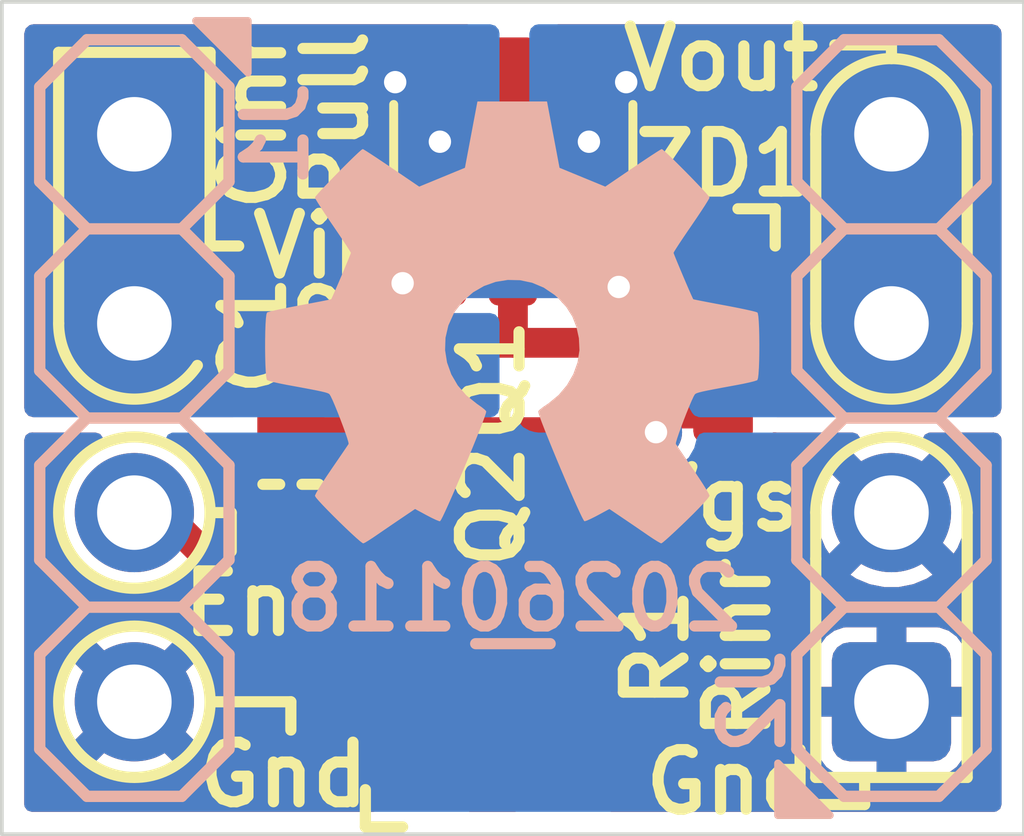
<source format=kicad_pcb>
(kicad_pcb (version 20241229) (generator "pcbnew") (generator_version "9.0")
  (layers (0 "F.Cu" mixed) (2 "B.Cu" mixed) (13 "F.Paste" user) (15 "B.Paste" user) (5 "F.SilkS" user "F.Silkscreen") (7 "B.SilkS" user "B.Silkscreen") (1 "F.Mask" user) (3 "B.Mask" user) (25 "Edge.Cuts" user))
  (net 0 "")
  (net 1 "/VIN")
  (net 2 "/EN")
  (net 3 "/GND")
  (net 4 "/VOUT")
  (net 5 "Net-(Q2-D)")
  (net 6 "Net-(Q1-G1)")
  (net 7 "Net-(Q1-S1)")
  (footprint "SquantorResistor:R_0603_hand" (layer "F.Cu") (at 27.978 26.678 -90)
    (property "Reference" "R1" (at 2 -0.8 90) (layer "F.SilkS") (effects (font (size 0.8 0.8))))
    (property "Value" "Rinr" (at 2 -1.9 90) (layer "F.SilkS") (effects (font (size 0.8 0.8))))
    (fp_line (start 0 -0.2) (end 0 0.2) (stroke (width 0.15)) (layer "F.SilkS"))
    (pad "1" smd roundrect (at -0.9 0 270) (size 0.8 0.9) (layers "F.Cu" "F.Mask" "F.Paste") (roundrect_rratio 0.1428571429) (net 6 "Net-(Q1-G1)"))
    (pad "2" smd roundrect (at 0.9 0 270) (size 0.8 0.9) (layers "F.Cu" "F.Mask" "F.Paste") (roundrect_rratio 0.1428571429) (net 5 "Net-(Q2-D)"))
  )
  (footprint "SquantorIC:SOT23-3" (layer "F.Cu") (at 26.578 29.278 90)
    (property "Reference" "Q2" (at 2.5 0 90) (layer "F.SilkS") (effects (font (size 0.8 0.8))))
    (property "Value" "NMOS")
    (fp_line (start -1.3 -1.7) (end -1.8 -1.7) (stroke (width 0.1)) (layer "F.SilkS"))
    (fp_line (start -1.8 -1.7) (end -1.3 -1.7) (stroke (width 0.15)) (layer "F.SilkS"))
    (fp_line (start -1.8 -1.7) (end -1.8 -1.2) (stroke (width 0.15)) (layer "F.SilkS"))
    (pad "1" smd roundrect (at -1 -0.95) (size 0.8 0.9) (layers "F.Cu" "F.Mask" "F.Paste") (roundrect_rratio 0.2) (net 2 "/EN"))
    (pad "2" smd roundrect (at -1 0.95) (size 0.8 0.9) (layers "F.Cu" "F.Mask" "F.Paste") (roundrect_rratio 0.2) (net 3 "/GND"))
    (pad "3" smd roundrect (at 1 0) (size 0.8 0.9) (layers "F.Cu" "F.Mask" "F.Paste") (roundrect_rratio 0.2) (net 5 "Net-(Q2-D)"))
  )
  (footprint "SquantorCapacitor:C_0603" (layer "F.Cu") (at 23.878 26.478 -90)
    (property "Reference" "C1" (at -2 0.5 90) (layer "F.SilkS") (effects (font (size 0.8 0.8))))
    (property "Value" "Cinr" (at -4.9 0.5 90) (layer "F.SilkS") (effects (font (size 0.8 0.8))))
    (fp_line (start 0 0.375) (end 0 0.15) (stroke (width 0.15)) (layer "F.SilkS"))
    (fp_line (start 0 -0.15) (end 0 -0.375) (stroke (width 0.15)) (layer "F.SilkS"))
    (pad "1" smd roundrect (at -0.75 0 270) (size 0.8 0.9) (layers "F.Cu" "F.Mask" "F.Paste") (roundrect_rratio 0.125) (net 7 "Net-(Q1-S1)"))
    (pad "2" smd roundrect (at 0.75 0 270) (size 0.8 0.9) (layers "F.Cu" "F.Mask" "F.Paste") (roundrect_rratio 0.125) (net 6 "Net-(Q1-G1)"))
  )
  (footprint "SquantorIC:SOT23-6-HAND" (layer "F.Cu") (at 26.858 22.278 90)
    (property "Reference" "Q1" (at -2.8 -0.28 270) (layer "F.SilkS") (effects (font (size 0.8 0.8))))
    (property "Value" "Dual_PMOS")
    (fp_line (start -2.1 -1.8) (end -1.6 -1.8) (stroke (width 0.1)) (layer "F.SilkS"))
    (fp_line (start -2.1 -1.8) (end -2.1 -1.3) (stroke (width 0.1)) (layer "F.SilkS"))
    (fp_line (start 0.9 -1.6) (end -0.9 -1.6) (stroke (width 0.12)) (layer "F.SilkS"))
    (fp_line (start -0.9 1.61) (end 0.9 1.61) (stroke (width 0.12)) (layer "F.SilkS"))
    (pad "1" smd roundrect (at -1.2 -0.95 90) (size 1.2 0.65) (layers "F.Cu" "F.Mask" "F.Paste") (roundrect_rratio 0.2) (net 6 "Net-(Q1-G1)"))
    (pad "2" smd roundrect (at -1.2 0 90) (size 1.2 0.65) (layers "F.Cu" "F.Mask" "F.Paste") (roundrect_rratio 0.2) (net 7 "Net-(Q1-S1)"))
    (pad "3" smd roundrect (at -1.2 0.95 90) (size 1.2 0.65) (layers "F.Cu" "F.Mask" "F.Paste") (roundrect_rratio 0.2) (net 6 "Net-(Q1-G1)"))
    (pad "4" smd roundrect (at 1.2 0.95 90) (size 1.2 0.65) (layers "F.Cu" "F.Mask" "F.Paste") (roundrect_rratio 0.2) (net 4 "/VOUT"))
    (pad "5" smd roundrect (at 1.2 0 90) (size 1.2 0.65) (layers "F.Cu" "F.Mask" "F.Paste") (roundrect_rratio 0.2) (net 7 "Net-(Q1-S1)"))
    (pad "6" smd roundrect (at 1.2 -0.95 90) (size 1.2 0.65) (layers "F.Cu" "F.Mask" "F.Paste") (roundrect_rratio 0.2) (net 1 "/VIN"))
  )
  (footprint "SquantorResistor:R_0603_hand" (layer "F.Cu") (at 25.178 26.678 -90)
    (property "Reference" "R2" (at -2.2 0.7 90) (layer "F.SilkS") (effects (font (size 0.8 0.8))))
    (property "Value" "Pull" (at -5.1 0.7 270) (layer "F.SilkS") (effects (font (size 0.8 0.8))))
    (fp_line (start 0 -0.2) (end 0 0.2) (stroke (width 0.15)) (layer "F.SilkS"))
    (pad "1" smd roundrect (at -0.9 0 270) (size 0.8 0.9) (layers "F.Cu" "F.Mask" "F.Paste") (roundrect_rratio 0.1428571429) (net 7 "Net-(Q1-S1)"))
    (pad "2" smd roundrect (at 0.9 0 270) (size 0.8 0.9) (layers "F.Cu" "F.Mask" "F.Paste") (roundrect_rratio 0.1428571429) (net 6 "Net-(Q1-G1)"))
  )
  (footprint "SquantorDiodes:SOD-323-nexperia-hand" (layer "F.Cu") (at 29.678 24.478 -90)
    (property "Reference" "ZD1" (at -2.3 0 0) (layer "F.SilkS") (effects (font (size 0.8 0.8))))
    (property "Value" "Vgs" (at 2.2 0 0) (layer "F.SilkS") (effects (font (size 0.8 0.8))))
    (fp_line (start -1.7 -0.7) (end -1.7 -0.2) (stroke (width 0.15)) (layer "F.SilkS"))
    (fp_line (start -1.7 -0.7) (end -1.2 -0.7) (stroke (width 0.15)) (layer "F.SilkS"))
    (fp_poly (pts (xy -0.3 0) (xy 0.2 -0.3) (xy 0.2 0.3)) (stroke (width 0.15)) (fill yes) (layer "F.SilkS"))
    (pad "1" smd roundrect (at -1.05 0 270) (size 0.8 0.8) (layers "F.Cu" "F.Mask" "F.Paste") (roundrect_rratio 0.2) (net 7 "Net-(Q1-S1)"))
    (pad "2" smd roundrect (at 1.05 0 270) (size 0.8 0.8) (layers "F.Cu" "F.Mask" "F.Paste") (roundrect_rratio 0.2) (net 6 "Net-(Q1-G1)"))
  )
  (footprint "SquantorLabels:Label_Generic" (layer "B.Cu") (at 26.858 28.018 180)
    (property "Reference" "N1" (hide yes))
    (property "Value" "20260118" (at 0 0 0) (layer "B.SilkS") (effects (font (size 0.8 0.8)) (justify mirror)))
    (fp_line (start -0.5 -0.6) (end 0.5 -0.6) (stroke (width 0.15)) (layer "B.SilkS"))
  )
  (footprint "Symbol:OSHW-Symbol_6.7x6mm_SilkScreen" (layer "B.Cu") (at 26.858 24.318 180)
    (property "Reference" "N2" (hide yes))
    (property "Value" "OHWLOGO" (hide yes))
    (fp_poly (pts (xy 0.555814 2.531069) (xy 0.639635 2.086445) (xy 0.94892 1.958947) (xy 1.258206 1.831449) (xy 1.629246 2.083754) (xy 1.733157 2.154004) (xy 1.827087 2.216728) (xy 1.906652 2.269062) (xy 1.96747 2.308143) (xy 2.005157 2.331107) (xy 2.015421 2.336058) (xy 2.03391 2.323324) (xy 2.07342 2.288118) (xy 2.129522 2.234938) (xy 2.197787 2.168282) (xy 2.273786 2.092646) (xy 2.353092 2.012528) (xy 2.431275 1.932426) (xy 2.503907 1.856836) (xy 2.566559 1.790255) (xy 2.614803 1.737182) (xy 2.64421 1.702113) (xy 2.651241 1.690377) (xy 2.641123 1.66874) (xy 2.612759 1.621338) (xy 2.569129 1.552807) (xy 2.513218 1.467785) (xy 2.448006 1.370907) (xy 2.410219 1.31565) (xy 2.341343 1.214752) (xy 2.28014 1.123701) (xy 2.229578 1.04703) (xy 2.192628 0.989272) (xy 2.172258 0.954957) (xy 2.169197 0.947746) (xy 2.176136 0.927252) (xy 2.195051 0.879487) (xy 2.223087 0.811168) (xy 2.257391 0.729011) (xy 2.295109 0.63973) (xy 2.333387 0.550042) (xy 2.36937 0.466662) (xy 2.400206 0.396306) (xy 2.423039 0.34569) (xy 2.435017 0.321529) (xy 2.435724 0.320578) (xy 2.454531 0.315964) (xy 2.504618 0.305672) (xy 2.580793 0.290713) (xy 2.677865 0.272099) (xy 2.790643 0.250841) (xy 2.856442 0.238582) (xy 2.97695 0.215638) (xy 3.085797 0.193805) (xy 3.177476 0.174278) (xy 3.246481 0.158252) (xy 3.287304 0.146921) (xy 3.295511 0.143326) (xy 3.303548 0.118994) (xy 3.310033 0.064041) (xy 3.31497 -0.015108) (xy 3.318364 -0.112026) (xy 3.320218 -0.220287) (xy 3.320538 -0.333465) (xy 3.319327 -0.445135) (xy 3.31659 -0.548868) (xy 3.312331 -0.638241) (xy 3.306555 -0.706826) (xy 3.299267 -0.748197) (xy 3.294895 -0.75681) (xy 3.268764 -0.767133) (xy 3.213393 -0.781892) (xy 3.136107 -0.799352) (xy 3.04423 -0.81778) (xy 3.012158 -0.823741) (xy 2.857524 -0.852066) (xy 2.735375 -0.874876) (xy 2.641673 -0.89308) (xy 2.572384 -0.907583) (xy 2.523471 -0.919292) (xy 2.490897 -0.929115) (xy 2.470628 -0.937956) (xy 2.458626 -0.946724) (xy 2.456947 -0.948457) (xy 2.440184 -0.976371) (xy 2.414614 -1.030695) (xy 2.382788 -1.104777) (xy 2.34726 -1.191965) (xy 2.310583 -1.285608) (xy 2.275311 -1.379052) (xy 2.243996 -1.465647) (xy 2.219193 -1.53874) (xy 2.203454 -1.591678) (xy 2.199332 -1.617811) (xy 2.199676 -1.618726) (xy 2.213641 -1.640086) (xy 2.245322 -1.687084) (xy 2.291391 -1.754827) (xy 2.348518 -1.838423) (xy 2.413373 -1.932982) (xy 2.431843 -1.959854) (xy 2.497699 -2.057275) (xy 2.55565 -2.146163) (xy 2.602538 -2.221412) (xy 2.635207 -2.27792) (xy 2.6505 -2.310581) (xy 2.651241 -2.314593) (xy 2.638392 -2.335684) (xy 2.602888 -2.377464) (xy 2.549293 -2.435445) (xy 2.482171 -2.505135) (xy 2.406087 -2.582045) (xy 2.325604 -2.661683) (xy 2.245287 -2.739561) (xy 2.169699 -2.811186) (xy 2.103405 -2.87207) (xy 2.050969 -2.917721) (xy 2.016955 -2.94365) (xy 2.007545 -2.947883) (xy 1.985643 -2.937912) (xy 1.9408 -2.91102) (xy 1.880321 -2.871736) (xy 1.833789 -2.840117) (xy 1.749475 -2.782098) (xy 1.649626 -2.713784) (xy 1.549473 -2.645579) (xy 1.495627 -2.609075) (xy 1.313371 -2.4858) (xy 1.160381 -2.56852) (xy 1.090682 -2.604759) (xy 1.031414 -2.632926) (xy 0.991311 -2.648991) (xy 0.981103 -2.651226) (xy 0.968829 -2.634722) (xy 0.944613 -2.588082) (xy 0.910263 -2.515609) (xy 0.867588 -2.421606) (xy 0.818394 -2.310374) (xy 0.76449 -2.186215) (xy 0.707684 -2.053432) (xy 0.649782 -1.916327) (xy 0.592593 -1.779202) (xy 0.537924 -1.646358) (xy 0.487584 -1.522098) (xy 0.44338 -1.410725) (xy 0.407119 -1.316539) (xy 0.380609 -1.243844) (xy 0.365658 -1.196941) (xy 0.363254 -1.180833) (xy 0.382311 -1.160286) (xy 0.424036 -1.126933) (xy 0.479706 -1.087702) (xy 0.484378 -1.084599) (xy 0.628264 -0.969423) (xy 0.744283 -0.835053) (xy 0.83143 -0.685784) (xy 0.888699 -0.525913) (xy 0.915086 -0.359737) (xy 0.909585 -0.191552) (xy 0.87119 -0.025655) (xy 0.798895 0.133658) (xy 0.777626 0.168513) (xy 0.666996 0.309263) (xy 0.536302 0.422286) (xy 0.390064 0.506997) (xy 0.232808 0.562806) (xy 0.069057 0.589126) (xy -0.096667 0.58537) (xy -0.259838 0.55095) (xy -0.415935 0.485277) (xy -0.560433 0.387765) (xy -0.605131 0.348187) (xy -0.718888 0.224297) (xy -0.801782 0.093876) (xy -0.858644 -0.052315) (xy -0.890313 -0.197088) (xy -0.898131 -0.35986) (xy -0.872062 -0.52344) (xy -0.814755 -0.682298) (xy -0.728856 -0.830906) (xy -0.617014 -0.963735) (xy -0.481877 -1.075256) (xy -0.464117 -1.087011) (xy -0.40785 -1.125508) (xy -0.365077 -1.158863) (xy -0.344628 -1.18016) (xy -0.344331 -1.180833) (xy -0.348721 -1.203871) (xy -0.366124 -1.256157) (xy -0.394732 -1.33339) (xy -0.432735 -1.431268) (xy -0.478326 -1.545491) (xy -0.529697 -1.671758) (xy -0.585038 -1.805767) (xy -0.642542 -1.943218) (xy -0.700399 -2.079808) (xy -0.756802 -2.211237) (xy -0.809942 -2.333205) (xy -0.85801 -2.441409) (xy -0.899199 -2.531549) (xy -0.931699 -2.599323) (xy -0.953703 -2.64043) (xy -0.962564 -2.651226) (xy -0.98964 -2.642819) (xy -1.040303 -2.620272) (xy -1.105817 -2.587613) (xy -1.141841 -2.56852) (xy -1.294832 -2.4858) (xy -1.477088 -2.609075) (xy -1.570125 -2.672228) (xy -1.671985 -2.741727) (xy -1.767438 -2.807165) (xy -1.81525 -2.840117) (xy -1.882495 -2.885273) (xy -1.939436 -2.921057) (xy -1.978646 -2.942938) (xy -1.991381 -2.947563) (xy -2.009917 -2.935085) (xy -2.050941 -2.900252) (xy -2.110475 -2.846678) (xy -2.184542 -2.777983) (xy -2.269165 -2.697781) (xy -2.322685 -2.646286) (xy -2.416319 -2.554286) (xy -2.497241 -2.471999) (xy -2.562177 -2.402945) (xy -2.607858 -2.350644) (xy -2.631011 -2.318616) (xy -2.633232 -2.312116) (xy -2.622924 -2.287394) (xy -2.594439 -2.237405) (xy -2.550937 -2.167212) (xy -2.495577 -2.081875) (xy -2.43152 -1.986456) (xy -2.413303 -1.959854) (xy -2.346927 -1.863167) (xy -2.287378 -1.776117) (xy -2.237984 -1.703595) (xy -2.202075 -1.650493) (xy -2.182981 -1.621703) (xy -2.181136 -1.618726) (xy -2.183895 -1.595782) (xy -2.198538 -1.545336) (xy -2.222513 -1.474041) (xy -2.253266 -1.388547) (xy -2.288244 -1.295507) (xy -2.324893 -1.201574) (xy -2.360661 -1.113399) (xy -2.392994 -1.037634) (xy -2.419338 -0.980931) (xy -2.437142 -0.949943) (xy -2.438407 -0.948457) (xy -2.449294 -0.939601) (xy -2.467682 -0.930843) (xy -2.497606 -0.921277) (xy -2.543103 -0.909996) (xy -2.608209 -0.896093) (xy -2.696961 -0.878663) (xy -2.813393 -0.856798) (xy -2.961542 -0.829591) (xy -2.993618 -0.823741) (xy -3.088686 -0.805374) (xy -3.171565 -0.787405) (xy -3.23493 -0.771569) (xy -3.271458 -0.7596) (xy -3.276356 -0.75681) (xy -3.284427 -0.732072) (xy -3.290987 -0.67679) (xy -3.296033 -0.597389) (xy -3.299559 -0.500296) (xy -3.301561 -0.391938) (xy -3.302036 -0.27874) (xy -3.300977 -0.167128) (xy -3.298382 -0.063529) (xy -3.294246 0.025632) (xy -3.288563 0.093928) (xy -3.281331 0.134934) (xy -3.276971 0.143326) (xy -3.252698 0.151792) (xy -3.197426 0.165565) (xy -3.116662 0.18345) (xy -3.015912 0.204252) (xy -2.900683 0.226777) (xy -2.837902 0.238582) (xy -2.718787 0.260849) (xy -2.612565 0.281021) (xy -2.524427 0.298085) (xy -2.459566 0.311031) (xy -2.423174 0.318845) (xy -2.417184 0.320578) (xy -2.407061 0.34011) (xy -2.385662 0.387157) (xy -2.355839 0.454997) (xy -2.320445 0.536909) (xy -2.282332 0.626172) (xy -2.244353 0.716065) (xy -2.20936 0.799865) (xy -2.180206 0.870853) (xy -2.159743 0.922306) (xy -2.150823 0.947503) (xy -2.150657 0.948604) (xy -2.160769 0.968481) (xy -2.189117 1.014223) (xy -2.232723 1.081283) (xy -2.288606 1.165116) (xy -2.353787 1.261174) (xy -2.391679 1.31635) (xy -2.460725 1.417519) (xy -2.52205 1.50937) (xy -2.572663 1.587256) (xy -2.609571 1.646531) (xy -2.629782 1.682549) (xy -2.632701 1.690623) (xy -2.620153 1.709416) (xy -2.585463 1.749543) (xy -2.533063 1.806507) (xy -2.467384 1.875815) (xy -2.392856 1.952969) (xy -2.313913 2.033475) (xy -2.234983 2.112837) (xy -2.1605 2.18656) (xy -2.094894 2.250148) (xy -2.042596 2.299106) (xy -2.008039 2.328939) (xy -1.996478 2.336058) (xy -1.977654 2.326047) (xy -1.932631 2.297922) (xy -1.865787 2.254546) (xy -1.781499 2.198782) (xy -1.684144 2.133494) (xy -1.610707 2.083754) (xy -1.239667 1.831449) (xy -0.621095 2.086445) (xy -0.537275 2.531069) (xy -0.453454 2.975693) (xy 0.471994 2.975693) (xy 0.555814 2.531069)) (stroke (width 0.01)) (fill yes) (layer "B.SilkS"))
  )
  (footprint "SquantorConnectors:Header-0254-1X04-H010" (layer "B.Cu") (at 31.938 25.588 90)
    (property "Reference" "J2" (at -3.81 -1.86 90) (layer "B.SilkS") (effects (font (size 0.8 0.8) (thickness 0.15) (bold yes)) (justify mirror)))
    (property "Value" "Conn_01x04")
    (fp_line (start 4.445 -1.27) (end 3.175 -1.27) (stroke (width 0.1524)) (layer "B.SilkS"))
    (fp_line (start 1.905 -1.27) (end 0.635 -1.27) (stroke (width 0.1524)) (layer "B.SilkS"))
    (fp_line (start 0.635 -1.27) (end 0 -0.635) (stroke (width 0.1524)) (layer "B.SilkS"))
    (fp_line (start -0.635 -1.27) (end -1.905 -1.27) (stroke (width 0.1524)) (layer "B.SilkS"))
    (fp_line (start -1.905 -1.27) (end -2.54 -0.635) (stroke (width 0.1524)) (layer "B.SilkS"))
    (fp_line (start -3.175 -1.27) (end -4.445 -1.27) (stroke (width 0.1524)) (layer "B.SilkS"))
    (fp_line (start 5.08 -0.635) (end 4.445 -1.27) (stroke (width 0.1524)) (layer "B.SilkS"))
    (fp_line (start 2.54 -0.635) (end 3.175 -1.27) (stroke (width 0.1524)) (layer "B.SilkS"))
    (fp_line (start 2.54 -0.635) (end 1.905 -1.27) (stroke (width 0.1524)) (layer "B.SilkS"))
    (fp_line (start 0 -0.635) (end -0.635 -1.27) (stroke (width 0.1524)) (layer "B.SilkS"))
    (fp_line (start -2.54 -0.635) (end -3.175 -1.27) (stroke (width 0.1524)) (layer "B.SilkS"))
    (fp_line (start -5.08 -0.635) (end -4.445 -1.27) (stroke (width 0.1524)) (layer "B.SilkS"))
    (fp_line (start 5.08 0.635) (end 5.08 -0.635) (stroke (width 0.1524)) (layer "B.SilkS"))
    (fp_line (start 2.54 0.635) (end 2.54 -0.635) (stroke (width 0.1524)) (layer "B.SilkS"))
    (fp_line (start 0 0.635) (end 0 -0.635) (stroke (width 0.1524)) (layer "B.SilkS"))
    (fp_line (start 0 0.635) (end 0.635 1.27) (stroke (width 0.1524)) (layer "B.SilkS"))
    (fp_line (start -2.54 0.635) (end -2.54 -0.635) (stroke (width 0.1524)) (layer "B.SilkS"))
    (fp_line (start -2.54 0.635) (end -1.905 1.27) (stroke (width 0.1524)) (layer "B.SilkS"))
    (fp_line (start -5.08 0.635) (end -5.08 -0.635) (stroke (width 0.1524)) (layer "B.SilkS"))
    (fp_line (start 4.445 1.27) (end 5.08 0.635) (stroke (width 0.1524)) (layer "B.SilkS"))
    (fp_line (start 3.175 1.27) (end 2.54 0.635) (stroke (width 0.1524)) (layer "B.SilkS"))
    (fp_line (start 3.175 1.27) (end 4.445 1.27) (stroke (width 0.1524)) (layer "B.SilkS"))
    (fp_line (start 1.905 1.27) (end 2.54 0.635) (stroke (width 0.1524)) (layer "B.SilkS"))
    (fp_line (start 0.635 1.27) (end 1.905 1.27) (stroke (width 0.1524)) (layer "B.SilkS"))
    (fp_line (start -0.635 1.27) (end 0 0.635) (stroke (width 0.1524)) (layer "B.SilkS"))
    (fp_line (start -1.905 1.27) (end -0.635 1.27) (stroke (width 0.1524)) (layer "B.SilkS"))
    (fp_line (start -3.175 1.27) (end -2.54 0.635) (stroke (width 0.1524)) (layer "B.SilkS"))
    (fp_line (start -4.445 1.27) (end -5.08 0.635) (stroke (width 0.1524)) (layer "B.SilkS"))
    (fp_line (start -4.445 1.27) (end -3.175 1.27) (stroke (width 0.1524)) (layer "B.SilkS"))
    (fp_poly (pts (xy -5.334 -0.8255) (xy -5.334 -1.524) (xy -4.6355 -1.524)) (stroke (width 0.1)) (fill yes) (layer "B.SilkS"))
    (pad "1" thru_hole roundrect (at -3.81 0 270) (size 1.6 1.6) (drill 1) (layers "*.Cu" "*.Mask") (roundrect_rratio 0.15) (net 3 "/GND"))
    (pad "2" thru_hole circle (at -1.27 0 270) (size 1.6 1.6) (drill 1) (layers "*.Cu" "*.Mask") (net 3 "/GND"))
    (pad "3" thru_hole circle (at 1.27 0 270) (size 1.6 1.6) (drill 1) (layers "*.Cu" "*.Mask") (net 4 "/VOUT"))
    (pad "4" thru_hole circle (at 3.81 0 270) (size 1.6 1.6) (drill 1) (layers "*.Cu" "*.Mask") (net 4 "/VOUT"))
  )
  (footprint "SquantorConnectors:Header-0254-1X04-H010" (layer "B.Cu") (at 21.778 25.588 -90)
    (property "Reference" "J1" (at -3.81 -1.9 90) (layer "B.SilkS") (effects (font (size 0.8 0.8) (thickness 0.15) (bold yes)) (justify mirror)))
    (property "Value" "Conn_01x04")
    (fp_line (start -4.445 1.27) (end -3.175 1.27) (stroke (width 0.1524)) (layer "B.SilkS"))
    (fp_line (start -4.445 1.27) (end -5.08 0.635) (stroke (width 0.1524)) (layer "B.SilkS"))
    (fp_line (start -3.175 1.27) (end -2.54 0.635) (stroke (width 0.1524)) (layer "B.SilkS"))
    (fp_line (start -1.905 1.27) (end -0.635 1.27) (stroke (width 0.1524)) (layer "B.SilkS"))
    (fp_line (start -0.635 1.27) (end 0 0.635) (stroke (width 0.1524)) (layer "B.SilkS"))
    (fp_line (start 0.635 1.27) (end 1.905 1.27) (stroke (width 0.1524)) (layer "B.SilkS"))
    (fp_line (start 1.905 1.27) (end 2.54 0.635) (stroke (width 0.1524)) (layer "B.SilkS"))
    (fp_line (start 3.175 1.27) (end 4.445 1.27) (stroke (width 0.1524)) (layer "B.SilkS"))
    (fp_line (start 3.175 1.27) (end 2.54 0.635) (stroke (width 0.1524)) (layer "B.SilkS"))
    (fp_line (start 4.445 1.27) (end 5.08 0.635) (stroke (width 0.1524)) (layer "B.SilkS"))
    (fp_line (start -5.08 0.635) (end -5.08 -0.635) (stroke (width 0.1524)) (layer "B.SilkS"))
    (fp_line (start -2.54 0.635) (end -1.905 1.27) (stroke (width 0.1524)) (layer "B.SilkS"))
    (fp_line (start -2.54 0.635) (end -2.54 -0.635) (stroke (width 0.1524)) (layer "B.SilkS"))
    (fp_line (start 0 0.635) (end 0.635 1.27) (stroke (width 0.1524)) (layer "B.SilkS"))
    (fp_line (start 0 0.635) (end 0 -0.635) (stroke (width 0.1524)) (layer "B.SilkS"))
    (fp_line (start 2.54 0.635) (end 2.54 -0.635) (stroke (width 0.1524)) (layer "B.SilkS"))
    (fp_line (start 5.08 0.635) (end 5.08 -0.635) (stroke (width 0.1524)) (layer "B.SilkS"))
    (fp_line (start -5.08 -0.635) (end -4.445 -1.27) (stroke (width 0.1524)) (layer "B.SilkS"))
    (fp_line (start -2.54 -0.635) (end -3.175 -1.27) (stroke (width 0.1524)) (layer "B.SilkS"))
    (fp_line (start 0 -0.635) (end -0.635 -1.27) (stroke (width 0.1524)) (layer "B.SilkS"))
    (fp_line (start 2.54 -0.635) (end 1.905 -1.27) (stroke (width 0.1524)) (layer "B.SilkS"))
    (fp_line (start 2.54 -0.635) (end 3.175 -1.27) (stroke (width 0.1524)) (layer "B.SilkS"))
    (fp_line (start 5.08 -0.635) (end 4.445 -1.27) (stroke (width 0.1524)) (layer "B.SilkS"))
    (fp_line (start -3.175 -1.27) (end -4.445 -1.27) (stroke (width 0.1524)) (layer "B.SilkS"))
    (fp_line (start -1.905 -1.27) (end -2.54 -0.635) (stroke (width 0.1524)) (layer "B.SilkS"))
    (fp_line (start -0.635 -1.27) (end -1.905 -1.27) (stroke (width 0.1524)) (layer "B.SilkS"))
    (fp_line (start 0.635 -1.27) (end 0 -0.635) (stroke (width 0.1524)) (layer "B.SilkS"))
    (fp_line (start 1.905 -1.27) (end 0.635 -1.27) (stroke (width 0.1524)) (layer "B.SilkS"))
    (fp_line (start 4.445 -1.27) (end 3.175 -1.27) (stroke (width 0.1524)) (layer "B.SilkS"))
    (fp_poly (pts (xy -5.334 -0.8255) (xy -5.334 -1.524) (xy -4.6355 -1.524)) (stroke (width 0.1)) (fill yes) (layer "B.SilkS"))
    (pad "1" thru_hole roundrect (at -3.81 0 90) (size 1.6 1.6) (drill 1) (layers "*.Cu" "*.Mask") (roundrect_rratio 0.15) (net 1 "/VIN"))
    (pad "2" thru_hole circle (at -1.27 0 90) (size 1.6 1.6) (drill 1) (layers "*.Cu" "*.Mask") (net 1 "/VIN"))
    (pad "3" thru_hole circle (at 1.27 0 90) (size 1.6 1.6) (drill 1) (layers "*.Cu" "*.Mask") (net 2 "/EN"))
    (pad "4" thru_hole circle (at 3.81 0 90) (size 1.6 1.6) (drill 1) (layers "*.Cu" "*.Mask") (net 3 "/GND"))
  )
  (gr_circle (center 21.778 29.398) (end 22.794 29.398) (stroke (width 0.15)) (fill no) (layer "F.SilkS"))
  (gr_line (start 30.922 21.778) (end 30.922 24.318) (stroke (width 0.15)) (layer "F.SilkS"))
  (gr_line (start 23.878 29.398) (end 23.878 29.778) (stroke (width 0.15)) (layer "F.SilkS"))
  (gr_arc (start 30.922 26.858) (mid 31.938 25.842) (end 32.954 26.858) (stroke (width 0.15)) (layer "F.SilkS"))
  (gr_line (start 30.922 30.414) (end 32.954 30.414) (stroke (width 0.15)) (layer "F.SilkS"))
  (gr_arc (start 32.954 24.318) (mid 31.938 25.334) (end 30.922 24.318) (stroke (width 0.15)) (layer "F.SilkS"))
  (gr_line (start 32.954 30.414) (end 32.954 26.858) (stroke (width 0.15)) (layer "F.SilkS"))
  (gr_line (start 22.794 26.858) (end 23.078 26.858) (stroke (width 0.15)) (layer "F.SilkS"))
  (gr_arc (start 30.922 21.778) (mid 31.938 20.762) (end 32.954 21.778) (stroke (width 0.15)) (layer "F.SilkS"))
  (gr_line (start 31.938 20.762) (end 31.938 20.578) (stroke (width 0.15)) (layer "F.SilkS"))
  (gr_line (start 22.794 20.678) (end 22.794 23.278) (stroke (width 0.15)) (layer "F.SilkS"))
  (gr_line (start 31.578 30.478) (end 31.578 30.778) (stroke (width 0.15)) (layer "F.SilkS"))
  (gr_line (start 22.794 29.398) (end 23.878 29.398) (stroke (width 0.15)) (layer "F.SilkS"))
  (gr_line (start 23.078 26.858) (end 23.078 27.378) (stroke (width 0.15)) (layer "F.SilkS"))
  (gr_line (start 22.794 23.278) (end 23.178 23.278) (stroke (width 0.15)) (layer "F.SilkS"))
  (gr_line (start 30.922 26.858) (end 30.922 27.478) (stroke (width 0.15)) (layer "F.SilkS"))
  (gr_line (start 31.578 30.778) (end 30.978 30.778) (stroke (width 0.15)) (layer "F.SilkS"))
  (gr_line (start 32.954 21.778) (end 32.954 24.318) (stroke (width 0.15)) (layer "F.SilkS"))
  (gr_arc (start 22.623363 24.881575) (mid 21.48358 25.290405) (end 20.762 24.318) (stroke (width 0.15)) (layer "F.SilkS"))
  (gr_line (start 20.762 20.678) (end 20.762 24.318) (stroke (width 0.15)) (layer "F.SilkS"))
  (gr_line (start 20.762 20.678) (end 22.794 20.678) (stroke (width 0.15)) (layer "F.SilkS"))
  (gr_line (start 31.938 20.578) (end 31.178 20.578) (stroke (width 0.15)) (layer "F.SilkS"))
  (gr_circle (center 21.778 26.858) (end 22.794 26.858) (stroke (width 0.15)) (fill no) (layer "F.SilkS"))
  (gr_line (start 30.922 30.414) (end 30.922 27.478) (stroke (width 0.15)) (layer "F.SilkS"))
  (gr_line (start 33.716 20) (end 20 20) (stroke (width 0.05)) (layer "Edge.Cuts"))
  (gr_line (start 20 20) (end 20 31.176) (stroke (width 0.05)) (layer "Edge.Cuts"))
  (gr_line (start 20 31.176) (end 33.716 31.176) (stroke (width 0.05)) (layer "Edge.Cuts"))
  (gr_line (start 33.716 31.176) (end 33.716 20) (stroke (width 0.05)) (layer "Edge.Cuts"))
  (gr_text "Vin" (at 24.278 23.278 0) (layer "F.SilkS") (effects (font (size 0.8 0.8) (thickness 0.15) (bold yes))))
  (gr_text "Gnd" (at 29.778 30.478 0) (layer "F.SilkS") (effects (font (size 0.8 0.8) (thickness 0.15) (bold yes))))
  (gr_text "Vout" (at 29.652 20.762 0) (layer "F.SilkS") (effects (font (size 0.8 0.8) (thickness 0.15) (bold yes))))
  (gr_text "En" (at 23.178 28.078 0) (layer "F.SilkS") (effects (font (size 0.8 0.8) (thickness 0.15) (bold yes))))
  (gr_text "Gnd" (at 23.778 30.378 0) (layer "F.SilkS") (effects (font (size 0.8 0.8) (thickness 0.15) (bold yes))))
  (segment (start 21.778 21.778) (end 23.978 21.778) (width 0.4) (layer "F.Cu") (net 1))
  (segment (start 25.278 21.078) (end 25.908 21.078) (width 0.4) (layer "F.Cu") (net 1))
  (segment (start 24.678 21.078) (end 25.278 21.078) (width 0.4) (layer "F.Cu") (net 1))
  (segment (start 23.978 21.778) (end 24.678 21.078) (width 0.4) (layer "F.Cu") (net 1))
  (via (at 25.878 21.878) (size 0.7) (drill 0.3) (layers "F.Cu" "B.Cu") (net 1))
  (via (at 25.278 21.078) (size 0.7) (drill 0.3) (layers "F.Cu" "B.Cu") (net 1))
  (segment (start 22.978 27.678) (end 22.178 26.878) (width 0.4) (layer "F.Cu") (net 2))
  (segment (start 22.178 26.878) (end 21.798 26.878) (width 0.4) (layer "F.Cu") (net 2))
  (segment (start 22.978 28.178) (end 22.978 27.678) (width 0.4) (layer "F.Cu") (net 2))
  (segment (start 25.078 30.278) (end 22.978 28.178) (width 0.4) (layer "F.Cu") (net 2))
  (segment (start 25.628 30.278) (end 25.078 30.278) (width 0.4) (layer "F.Cu") (net 2))
  (segment (start 31.938 21.778) (end 30.378 21.778) (width 0.4) (layer "F.Cu") (net 4))
  (segment (start 30.378 21.778) (end 29.678 21.078) (width 0.4) (layer "F.Cu") (net 4))
  (segment (start 28.378 21.078) (end 27.808 21.078) (width 0.4) (layer "F.Cu") (net 4))
  (segment (start 29.678 21.078) (end 28.378 21.078) (width 0.4) (layer "F.Cu") (net 4))
  (via (at 28.378 21.078) (size 0.7) (drill 0.3) (layers "F.Cu" "B.Cu") (net 4))
  (via (at 27.878 21.878) (size 0.7) (drill 0.3) (layers "F.Cu" "B.Cu") (net 4))
  (segment (start 27.778 28.378) (end 26.678 28.378) (width 0.4) (layer "F.Cu") (net 5))
  (segment (start 27.978 28.178) (end 27.778 28.378) (width 0.4) (layer "F.Cu") (net 5))
  (segment (start 27.978 27.578) (end 27.978 28.178) (width 0.4) (layer "F.Cu") (net 5))
  (segment (start 26.678 28.378) (end 26.578 28.278) (width 0.4) (layer "F.Cu") (net 5))
  (segment (start 28.778 25.778) (end 27.978 25.778) (width 0.4) (layer "F.Cu") (net 6))
  (segment (start 26.378 25.778) (end 27.978 25.778) (width 0.4) (layer "F.Cu") (net 6))
  (segment (start 25.908 23.478) (end 25.678 23.478) (width 0.4) (layer "F.Cu") (net 6))
  (segment (start 29.028 25.528) (end 28.778 25.778) (width 0.4) (layer "F.Cu") (net 6))
  (segment (start 25.678 23.478) (end 25.378 23.778) (width 0.4) (layer "F.Cu") (net 6))
  (segment (start 25.178 27.578) (end 25.478 27.578) (width 0.4) (layer "F.Cu") (net 6))
  (segment (start 27.928 23.478) (end 27.808 23.478) (width 0.4) (layer "F.Cu") (net 6))
  (segment (start 23.878 27.228) (end 24.028 27.378) (width 0.4) (layer "F.Cu") (net 6))
  (segment (start 28.278 23.828) (end 27.928 23.478) (width 0.4) (layer "F.Cu") (net 6))
  (segment (start 29.678 25.528) (end 29.028 25.528) (width 0.4) (layer "F.Cu") (net 6))
  (segment (start 25.478 27.578) (end 26.078 26.978) (width 0.4) (layer "F.Cu") (net 6))
  (segment (start 26.078 26.978) (end 26.078 26.078) (width 0.4) (layer "F.Cu") (net 6))
  (segment (start 24.028 27.378) (end 24.978 27.378) (width 0.4) (layer "F.Cu") (net 6))
  (segment (start 26.078 26.078) (end 26.378 25.778) (width 0.4) (layer "F.Cu") (net 6))
  (segment (start 24.978 27.378) (end 25.178 27.578) (width 0.4) (layer "F.Cu") (net 6))
  (via (at 25.378 23.778) (size 0.7) (drill 0.3) (layers "F.Cu" "B.Cu") (net 6))
  (via (at 28.278 23.828) (size 0.7) (drill 0.3) (layers "F.Cu" "B.Cu") (net 6))
  (via (at 28.778 25.778) (size 0.7) (drill 0.3) (layers "F.Cu" "B.Cu") (net 6))
  (segment (start 28.228 23.778) (end 28.278 23.828) (width 0.4) (layer "B.Cu") (net 6))
  (segment (start 25.378 23.778) (end 28.228 23.778) (width 0.4) (layer "B.Cu") (net 6))
  (segment (start 28.278 23.828) (end 28.278 24.778) (width 0.4) (layer "B.Cu") (net 6))
  (segment (start 28.278 24.778) (end 28.778 25.278) (width 0.4) (layer "B.Cu") (net 6))
  (segment (start 28.778 25.278) (end 28.778 25.778) (width 0.4) (layer "B.Cu") (net 6))
  (segment (start 26.858 24.558) (end 26.878 24.578) (width 0.4) (layer "F.Cu") (net 7))
  (segment (start 23.928 25.778) (end 23.878 25.728) (width 0.4) (layer "F.Cu") (net 7))
  (segment (start 29.678 24.478) (end 29.678 23.428) (width 0.4) (layer "F.Cu") (net 7))
  (segment (start 25.178 25.778) (end 23.928 25.778) (width 0.4) (layer "F.Cu") (net 7))
  (segment (start 25.178 24.978) (end 25.578 24.578) (width 0.4) (layer "F.Cu") (net 7))
  (segment (start 29.578 24.578) (end 29.678 24.478) (width 0.4) (layer "F.Cu") (net 7))
  (segment (start 25.178 25.778) (end 25.178 24.978) (width 0.4) (layer "F.Cu") (net 7))
  (segment (start 26.858 21.078) (end 26.858 22.278) (width 0.6) (layer "F.Cu") (net 7))
  (segment (start 26.858 22.278) (end 26.858 23.478) (width 0.6) (layer "F.Cu") (net 7))
  (segment (start 26.878 24.578) (end 29.578 24.578) (width 0.4) (layer "F.Cu") (net 7))
  (segment (start 26.858 23.478) (end 26.858 24.558) (width 0.4) (layer "F.Cu") (net 7))
  (segment (start 25.578 24.578) (end 26.878 24.578) (width 0.4) (layer "F.Cu") (net 7))
  (zone (net 4) (net_name "/VOUT") (layers "F.Cu" "B.Cu") (priority 2) (connect_pads yes (clearance 0.2)) (min_thickness 0.25) (fill yes (thermal_gap 0.5) (thermal_bridge_width 0.5))
    (polygon (pts (xy 33.716 20) (xy 27.078 20) (xy 27.078 25.578) (xy 33.716 25.578)))
  )
  (zone (net 3) (net_name "/GND") (layers "F.Cu" "B.Cu") (connect_pads (clearance 0.2)) (min_thickness 0.2) (fill yes (thermal_gap 0.2) (thermal_bridge_width 0.4))
    (polygon (pts (xy 20 20) (xy 33.716 20) (xy 33.716 31.176) (xy 20 31.176)))
  )
  (zone (net 1) (net_name "/VIN") (layers "F.Cu" "B.Cu") (priority 1) (connect_pads yes (clearance 0.2)) (min_thickness 0.25) (fill yes (thermal_gap 0.5) (thermal_bridge_width 0.5))
    (polygon (pts (xy 20 20) (xy 26.678 20) (xy 26.678 25.578) (xy 20 25.578)))
  )
)
</source>
